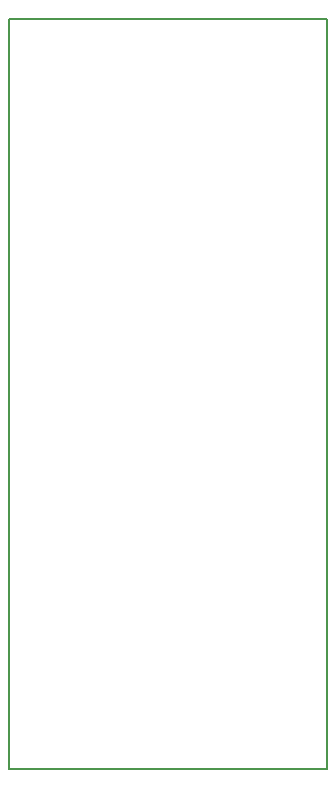
<source format=gbr>
%TF.GenerationSoftware,Novarm,DipTrace Beta,2.9.0.1*%
%TF.CreationDate,2015-11-14T18:19:01-04:00*%
%FSLAX35Y35*%
%MOMM*%
%TF.FileFunction,Profile*%
%TF.Part,Single*%
%ADD11C,0.14*%
G75*
G01*
%LPD*%
X1000001Y7350001D2*
D11*
X3692401D1*
Y1000001D1*
X1000001D1*
Y7350001D1*
M02*

</source>
